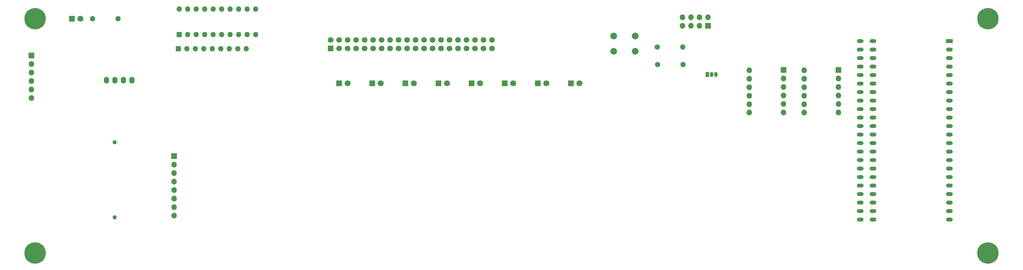
<source format=gbr>
%TF.GenerationSoftware,KiCad,Pcbnew,8.0.6*%
%TF.CreationDate,2025-04-06T11:44:28-05:00*%
%TF.ProjectId,front-panel.processor,66726f6e-742d-4706-916e-656c2e70726f,rev?*%
%TF.SameCoordinates,Original*%
%TF.FileFunction,Soldermask,Top*%
%TF.FilePolarity,Negative*%
%FSLAX46Y46*%
G04 Gerber Fmt 4.6, Leading zero omitted, Abs format (unit mm)*
G04 Created by KiCad (PCBNEW 8.0.6) date 2025-04-06 11:44:28*
%MOMM*%
%LPD*%
G01*
G04 APERTURE LIST*
G04 Aperture macros list*
%AMRoundRect*
0 Rectangle with rounded corners*
0 $1 Rounding radius*
0 $2 $3 $4 $5 $6 $7 $8 $9 X,Y pos of 4 corners*
0 Add a 4 corners polygon primitive as box body*
4,1,4,$2,$3,$4,$5,$6,$7,$8,$9,$2,$3,0*
0 Add four circle primitives for the rounded corners*
1,1,$1+$1,$2,$3*
1,1,$1+$1,$4,$5*
1,1,$1+$1,$6,$7*
1,1,$1+$1,$8,$9*
0 Add four rect primitives between the rounded corners*
20,1,$1+$1,$2,$3,$4,$5,0*
20,1,$1+$1,$4,$5,$6,$7,0*
20,1,$1+$1,$6,$7,$8,$9,0*
20,1,$1+$1,$8,$9,$2,$3,0*%
G04 Aperture macros list end*
%ADD10R,1.050000X1.500000*%
%ADD11O,1.050000X1.500000*%
%ADD12R,1.700000X1.700000*%
%ADD13O,1.700000X1.700000*%
%ADD14C,1.600000*%
%ADD15O,1.600000X1.600000*%
%ADD16C,1.300000*%
%ADD17RoundRect,0.250000X0.600000X-0.600000X0.600000X0.600000X-0.600000X0.600000X-0.600000X-0.600000X0*%
%ADD18C,1.700000*%
%ADD19C,6.400000*%
%ADD20R,1.800000X1.800000*%
%ADD21C,1.800000*%
%ADD22C,2.000000*%
%ADD23R,1.600000X1.600000*%
%ADD24O,1.600000X2.000000*%
%ADD25R,2.000000X1.200000*%
%ADD26O,2.000000X1.200000*%
G04 APERTURE END LIST*
D10*
%TO.C,U5*%
X241095600Y-171736800D03*
D11*
X242365600Y-171736800D03*
X243635600Y-171736800D03*
%TD*%
D12*
%TO.C,U4*%
X280260000Y-170348900D03*
D13*
X280260000Y-172888900D03*
X280260000Y-175428900D03*
X280260000Y-177968900D03*
X280260000Y-180508900D03*
X280260000Y-183048900D03*
X270060000Y-183048900D03*
X270060000Y-180548900D03*
X270060000Y-178008900D03*
X270060000Y-175468900D03*
X270060000Y-172928900D03*
X270060000Y-170388900D03*
%TD*%
D12*
%TO.C,U3*%
X263855400Y-170371600D03*
D13*
X263855400Y-172911600D03*
X263855400Y-175451600D03*
X263855400Y-177991600D03*
X263855400Y-180531600D03*
X263855400Y-183071600D03*
X253655400Y-183071600D03*
X253655400Y-180571600D03*
X253655400Y-178031600D03*
X253655400Y-175491600D03*
X253655400Y-172951600D03*
X253655400Y-170411600D03*
%TD*%
D14*
%TO.C,R2*%
X226135000Y-163502800D03*
D15*
X233755000Y-163502800D03*
%TD*%
D14*
%TO.C,R1*%
X226185800Y-168760600D03*
D15*
X233805800Y-168760600D03*
%TD*%
D16*
%TO.C,J5*%
X63777400Y-214341000D03*
X63777400Y-191941000D03*
%TD*%
D17*
%TO.C,J1*%
X128370000Y-163947500D03*
D18*
X128370000Y-161407500D03*
X130910000Y-163947500D03*
X130910000Y-161407500D03*
X133450000Y-163947500D03*
X133450000Y-161407500D03*
X135990000Y-163947500D03*
X135990000Y-161407500D03*
X138530000Y-163947500D03*
X138530000Y-161407500D03*
X141070000Y-163947500D03*
X141070000Y-161407500D03*
X143610000Y-163947500D03*
X143610000Y-161407500D03*
X146150000Y-163947500D03*
X146150000Y-161407500D03*
X148690000Y-163947500D03*
X148690000Y-161407500D03*
X151230000Y-163947500D03*
X151230000Y-161407500D03*
X153770000Y-163947500D03*
X153770000Y-161407500D03*
X156310000Y-163947500D03*
X156310000Y-161407500D03*
X158850000Y-163947500D03*
X158850000Y-161407500D03*
X161390000Y-163947500D03*
X161390000Y-161407500D03*
X163930000Y-163947500D03*
X163930000Y-161407500D03*
X166470000Y-163947500D03*
X166470000Y-161407500D03*
X169010000Y-163947500D03*
X169010000Y-161407500D03*
X171550000Y-163947500D03*
X171550000Y-161407500D03*
X174090000Y-163947500D03*
X174090000Y-161407500D03*
X176630000Y-163947500D03*
X176630000Y-161407500D03*
%TD*%
D12*
%TO.C,J2*%
X38937000Y-165992000D03*
D13*
X38937000Y-168532000D03*
X38937000Y-171072000D03*
X38937000Y-173612000D03*
X38937000Y-176152000D03*
X38937000Y-178692000D03*
%TD*%
D19*
%TO.C,H1*%
X40000000Y-155000000D03*
%TD*%
%TO.C,H2*%
X325000000Y-155000000D03*
%TD*%
%TO.C,H3*%
X325000000Y-225000000D03*
%TD*%
%TO.C,H4*%
X40000000Y-225000000D03*
%TD*%
D20*
%TO.C,D5*%
X51000000Y-155000000D03*
D21*
X53540000Y-155000000D03*
%TD*%
D14*
%TO.C,R6*%
X64810000Y-155000000D03*
D15*
X57190000Y-155000000D03*
%TD*%
D20*
%TO.C,D4*%
X170549000Y-174327000D03*
D21*
X173089000Y-174327000D03*
%TD*%
D22*
%TO.C,SW9*%
X213031000Y-160222000D03*
X219531000Y-160222000D03*
X213031000Y-164722000D03*
X219531000Y-164722000D03*
%TD*%
D20*
%TO.C,D6*%
X160643100Y-174327000D03*
D21*
X163183100Y-174327000D03*
%TD*%
D20*
%TO.C,D3*%
X180454900Y-174329300D03*
D21*
X182994900Y-174329300D03*
%TD*%
D23*
%TO.C,U1*%
X83075000Y-159800000D03*
D15*
X85615000Y-159800000D03*
X88155000Y-159800000D03*
X90695000Y-159800000D03*
X93235000Y-159800000D03*
X95775000Y-159800000D03*
X98315000Y-159800000D03*
X100855000Y-159800000D03*
X103395000Y-159800000D03*
X105935000Y-159800000D03*
X105935000Y-152180000D03*
X103395000Y-152180000D03*
X100855000Y-152180000D03*
X98315000Y-152180000D03*
X95775000Y-152180000D03*
X93235000Y-152180000D03*
X90695000Y-152180000D03*
X88155000Y-152180000D03*
X85615000Y-152180000D03*
X83075000Y-152180000D03*
%TD*%
D20*
%TO.C,D2*%
X190360800Y-174328800D03*
D21*
X192900800Y-174328800D03*
%TD*%
D20*
%TO.C,D7*%
X150737300Y-174328800D03*
D21*
X153277300Y-174328800D03*
%TD*%
D23*
%TO.C,RN1*%
X82825000Y-164000000D03*
D15*
X85365000Y-164000000D03*
X87905000Y-164000000D03*
X90445000Y-164000000D03*
X92985000Y-164000000D03*
X95525000Y-164000000D03*
X98065000Y-164000000D03*
X100605000Y-164000000D03*
X103145000Y-164000000D03*
%TD*%
D20*
%TO.C,D8*%
X140831400Y-174327000D03*
D21*
X143371400Y-174327000D03*
%TD*%
D20*
%TO.C,D1*%
X200266600Y-174327000D03*
D21*
X202806600Y-174327000D03*
%TD*%
D20*
%TO.C,D9*%
X130925500Y-174327000D03*
D21*
X133465500Y-174327000D03*
%TD*%
D24*
%TO.C,Brd1*%
X61380000Y-173400000D03*
X63920000Y-173400000D03*
X66460000Y-173400000D03*
X69000000Y-173400000D03*
%TD*%
D12*
%TO.C,J3*%
X81558200Y-196091000D03*
D13*
X81558200Y-198631000D03*
X81558200Y-201171000D03*
X81558200Y-203711000D03*
X81558200Y-206251000D03*
X81558200Y-208791000D03*
X81558200Y-211331000D03*
X81558200Y-213871000D03*
%TD*%
D25*
%TO.C,U2*%
X313511000Y-161721900D03*
D26*
X313511000Y-164261900D03*
X313511000Y-166801900D03*
X313511000Y-169341900D03*
X313511000Y-171881900D03*
X313511000Y-174421900D03*
X313511000Y-176961900D03*
X313511000Y-179501900D03*
X313511000Y-182041900D03*
X313511000Y-184581900D03*
X313511000Y-187121900D03*
X313511000Y-189661900D03*
X313511000Y-192201900D03*
X313511000Y-194741900D03*
X313511000Y-197281900D03*
X313511000Y-199821900D03*
X313511000Y-202361900D03*
X313511000Y-204901900D03*
X313511000Y-207441900D03*
X313514680Y-209979180D03*
X313514680Y-212519180D03*
X313514680Y-215059180D03*
X290651000Y-215061900D03*
X286841000Y-215061900D03*
X290651000Y-212521900D03*
X286841000Y-212521900D03*
X290651000Y-209981900D03*
X286841000Y-209981900D03*
X290651000Y-207441900D03*
X286841000Y-207441900D03*
X290651000Y-204901900D03*
X286841000Y-204901900D03*
X290651000Y-202361900D03*
X286841000Y-202361900D03*
X290651000Y-199821900D03*
X286841000Y-199821900D03*
X290651000Y-197281900D03*
X286841000Y-197281900D03*
X290651000Y-194741900D03*
X286841000Y-194741900D03*
X290651000Y-192201900D03*
X286841000Y-192201900D03*
X290651000Y-189661900D03*
X286841000Y-189661900D03*
X290651000Y-187121900D03*
X286841000Y-187121900D03*
X290651000Y-184581900D03*
X286841000Y-184581900D03*
X290651000Y-182041900D03*
X286841000Y-182041900D03*
X290651000Y-179501900D03*
X286841000Y-179501900D03*
X290651000Y-176961900D03*
X286841000Y-176961900D03*
X290651000Y-174421900D03*
X286841000Y-174421900D03*
X290651000Y-171881900D03*
X286841000Y-171881900D03*
X290651000Y-169341900D03*
X286841000Y-169341900D03*
X290651000Y-166801900D03*
X286841000Y-166801900D03*
X290651000Y-164261900D03*
X286841000Y-164261900D03*
X290651000Y-161721900D03*
X286841000Y-161721900D03*
%TD*%
D12*
%TO.C,J4*%
X241273400Y-157127400D03*
D13*
X241273400Y-154587400D03*
X238733400Y-157127400D03*
X238733400Y-154587400D03*
X236193400Y-157127400D03*
X236193400Y-154587400D03*
X233653400Y-157127400D03*
X233653400Y-154587400D03*
%TD*%
M02*

</source>
